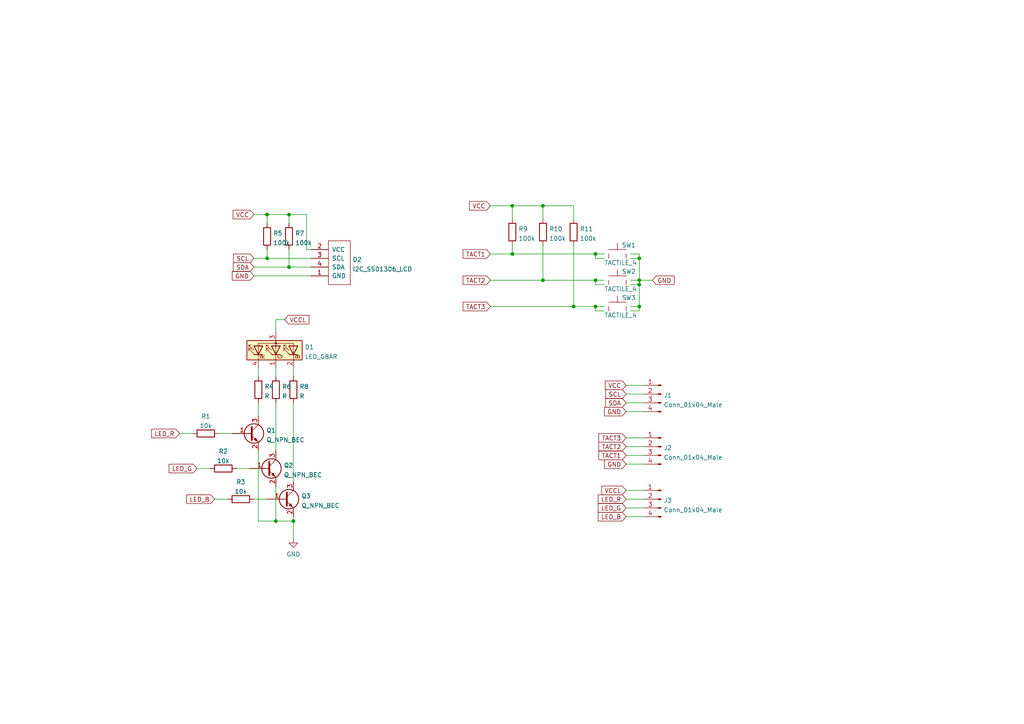
<source format=kicad_sch>
(kicad_sch (version 20211123) (generator eeschema)
  (paper "A4")
  (lib_symbols
    (symbol "Connector:Conn_01x04_Male" (pin_names (offset 1.016) hide)
      (property "Reference" "J" (at 0 5.08 0))
      (property "Value" "Conn_01x04_Male" (at 0 -7.62 0))
      (symbol "Conn_01x04_Male_1_1"
        (polyline (pts (xy 1.27 -5.08) (xy 0.8636 -5.08)) (stroke (width 0.1524)))
        (polyline (pts (xy 1.27 -2.54) (xy 0.8636 -2.54)) (stroke (width 0.1524)))
        (polyline (pts (xy 1.27 0) (xy 0.8636 0)) (stroke (width 0.1524)))
        (polyline (pts (xy 1.27 2.54) (xy 0.8636 2.54)) (stroke (width 0.1524)))
        (rectangle (start 0.8636 -4.953) (end 0 -5.207) (stroke (width 0.1524)) (fill (type outline)))
        (rectangle (start 0.8636 -2.413) (end 0 -2.667) (stroke (width 0.1524)) (fill (type outline)))
        (rectangle (start 0.8636 0.127) (end 0 -0.127) (stroke (width 0.1524)) (fill (type outline)))
        (rectangle (start 0.8636 2.667) (end 0 2.413) (stroke (width 0.1524)) (fill (type outline)))
        (pin passive line (at 5.08 2.54 180) (length 3.81) (name "Pin_1") (number "1"))
        (pin passive line (at 5.08 0 180) (length 3.81) (name "Pin_2") (number "2"))
        (pin passive line (at 5.08 -2.54 180) (length 3.81) (name "Pin_3") (number "3"))
        (pin passive line (at 5.08 -5.08 180) (length 3.81) (name "Pin_4") (number "4"))
      )
    )
    (symbol "Device:LED_GBAR" (pin_names (offset 0) hide)
      (property "Reference" "D" (at 0 9.398 0))
      (property "Value" "LED_GBAR" (at 0 -8.89 0))
      (symbol "LED_GBAR_0_0"
        (text "B" (at -1.905 -6.35 0) (effects (font (size 1.27 1.27))))
        (text "G" (at -1.905 -1.27 0) (effects (font (size 1.27 1.27))))
        (text "R" (at -1.905 3.81 0) (effects (font (size 1.27 1.27))))
      )
      (symbol "LED_GBAR_0_1"
        (polyline (pts (xy -1.27 -5.08) (xy -2.54 -5.08)))
        (polyline (pts (xy -1.27 -5.08) (xy 1.27 -5.08)))
        (polyline (pts (xy -1.27 -3.81) (xy -1.27 -6.35)) (stroke (width 0.254)))
        (polyline (pts (xy -1.27 0) (xy -2.54 0)))
        (polyline (pts (xy -1.27 1.27) (xy -1.27 -1.27)) (stroke (width 0.254)))
        (polyline (pts (xy -1.27 5.08) (xy -2.54 5.08)))
        (polyline (pts (xy -1.27 5.08) (xy 1.27 5.08)))
        (polyline (pts (xy -1.27 6.35) (xy -1.27 3.81)) (stroke (width 0.254)))
        (polyline (pts (xy 1.27 0) (xy -1.27 0)))
        (polyline (pts (xy 1.27 0) (xy 2.54 0)))
        (polyline (pts (xy -1.27 1.27) (xy -1.27 -1.27) (xy -1.27 -1.27)))
        (polyline (pts (xy -1.27 6.35) (xy -1.27 3.81) (xy -1.27 3.81)))
        (polyline (pts (xy 1.27 -5.08) (xy 2.032 -5.08) (xy 2.032 5.08) (xy 1.27 5.08)))
        (polyline (pts (xy 1.27 -3.81) (xy 1.27 -6.35) (xy -1.27 -5.08) (xy 1.27 -3.81)) (stroke (width 0.254)))
        (polyline (pts (xy 1.27 1.27) (xy 1.27 -1.27) (xy -1.27 0) (xy 1.27 1.27)) (stroke (width 0.254)))
        (polyline (pts (xy 1.27 6.35) (xy 1.27 3.81) (xy -1.27 5.08) (xy 1.27 6.35)) (stroke (width 0.254)))
        (polyline (pts (xy -1.016 -3.81) (xy 0.508 -2.286) (xy -0.254 -2.286) (xy 0.508 -2.286) (xy 0.508 -3.048)))
        (polyline (pts (xy -1.016 1.27) (xy 0.508 2.794) (xy -0.254 2.794) (xy 0.508 2.794) (xy 0.508 2.032)))
        (polyline (pts (xy -1.016 6.35) (xy 0.508 7.874) (xy -0.254 7.874) (xy 0.508 7.874) (xy 0.508 7.112)))
        (polyline (pts (xy 0 -3.81) (xy 1.524 -2.286) (xy 0.762 -2.286) (xy 1.524 -2.286) (xy 1.524 -3.048)))
        (polyline (pts (xy 0 1.27) (xy 1.524 2.794) (xy 0.762 2.794) (xy 1.524 2.794) (xy 1.524 2.032)))
        (polyline (pts (xy 0 6.35) (xy 1.524 7.874) (xy 0.762 7.874) (xy 1.524 7.874) (xy 1.524 7.112)))
        (rectangle (start 1.27 -1.27) (end 1.27 1.27))
        (rectangle (start 1.27 1.27) (end 1.27 1.27))
        (rectangle (start 1.27 3.81) (end 1.27 6.35))
        (rectangle (start 1.27 6.35) (end 1.27 6.35))
        (circle (center 2.032 0) (radius 0.254) (fill (type outline)))
        (rectangle (start 2.794 8.382) (end -2.794 -7.62) (stroke (width 0.254)) (fill (type background)))
      )
      (symbol "LED_GBAR_1_1"
        (pin passive line (at -5.08 0 0) (length 2.54) (name "GK") (number "1"))
        (pin passive line (at -5.08 -5.08 0) (length 2.54) (name "BK") (number "2"))
        (pin passive line (at 5.08 0 180) (length 2.54) (name "A") (number "3"))
        (pin passive line (at -5.08 5.08 0) (length 2.54) (name "RK") (number "4"))
      )
    )
    (symbol "Device:Q_NPN_BEC" (pin_names (offset 0) hide)
      (property "Reference" "Q" (at 5.08 1.27 0))
      (property "Value" "Q_NPN_BEC" (at 5.08 -1.27 0))
      (symbol "Q_NPN_BEC_0_1"
        (polyline (pts (xy 0.635 0.635) (xy 2.54 2.54)))
        (polyline (pts (xy 0.635 -0.635) (xy 2.54 -2.54) (xy 2.54 -2.54)))
        (polyline (pts (xy 0.635 1.905) (xy 0.635 -1.905) (xy 0.635 -1.905)) (stroke (width 0.508)))
        (polyline (pts (xy 1.27 -1.778) (xy 1.778 -1.27) (xy 2.286 -2.286) (xy 1.27 -1.778) (xy 1.27 -1.778)) (fill (type outline)))
        (circle (center 1.27 0) (radius 2.8194) (stroke (width 0.254)))
      )
      (symbol "Q_NPN_BEC_1_1"
        (pin input line (at -5.08 0 0) (length 5.715) (name "B") (number "1"))
        (pin passive line (at 2.54 -5.08 90) (length 2.54) (name "E") (number "2"))
        (pin passive line (at 2.54 5.08 270) (length 2.54) (name "C") (number "3"))
      )
    )
    (symbol "Device:R" (pin_numbers hide) (pin_names (offset 0))
      (property "Reference" "R" (at 2.032 0 90))
      (property "Value" "R" (at 0 0 90))
      (symbol "R_0_1"
        (rectangle (start -1.016 -2.54) (end 1.016 2.54) (stroke (width 0.254)))
      )
      (symbol "R_1_1"
        (pin passive line (at 0 3.81 270) (length 1.27) (name "~") (number "1"))
        (pin passive line (at 0 -3.81 90) (length 1.27) (name "~") (number "2"))
      )
    )
    (symbol "Ninja-qPCR:I2C_SSD1306_LCD" (pin_names (offset 1.016))
      (property "Reference" "D" (at 2.54 3.81 0))
      (property "Value" "I2C_SSD1306_LCD" (at 3.81 -12.7 0))
      (symbol "I2C_SSD1306_LCD_0_1"
        (rectangle (start 0 2.54) (end 6.35 -10.16))
      )
      (symbol "I2C_SSD1306_LCD_1_1"
        (pin input line (at -5.08 -7.62 0) (length 5.08) (name "GND") (number "1"))
        (pin input line (at -5.08 0 0) (length 5.08) (name "VCC") (number "2"))
        (pin input line (at -5.08 -2.54 0) (length 5.08) (name "SCL") (number "3"))
        (pin input line (at -5.08 -5.08 0) (length 5.08) (name "SDA") (number "4"))
      )
    )
    (symbol "Ninja-qPCR:TACTILE_4" (pin_numbers hide) (pin_names (offset 1.016) hide)
      (property "Reference" "SW" (at 1.27 2.54 0))
      (property "Value" "TACTILE_4" (at 0 -3.81 0))
      (symbol "TACTILE_4_0_1"
        (polyline (pts (xy -2.54 0) (xy -2.54 -1.27)))
        (polyline (pts (xy 0 1.27) (xy 0 3.048)))
        (polyline (pts (xy 2.54 0) (xy 2.54 -1.27)))
        (polyline (pts (xy 2.54 1.27) (xy -2.54 1.27)))
      )
      (symbol "TACTILE_4_1_1"
        (pin passive line (at -3.81 0 0) (length 2.54) hide (name "1") (number "1"))
        (pin passive line (at -3.81 -1.27 0) (length 2.54) hide (name "2") (number "2"))
        (pin passive line (at 3.81 0 180) (length 2.54) hide (name "3") (number "3"))
        (pin passive line (at 3.81 -1.27 180) (length 2.54) hide (name "4") (number "4"))
      )
    )
    (symbol "power:GND" (power) (pin_names (offset 0))
      (property "Value" "GND" (at 0 -3.81 0))
      (symbol "GND_0_1"
        (polyline (pts (xy 0 0) (xy 0 -1.27) (xy 1.27 -1.27) (xy 0 -2.54) (xy -1.27 -1.27) (xy 0 -1.27)))
      )
      (symbol "GND_1_1"
        (pin power_in line (at 0 0 270) (length 0) hide (name "GND") (number "1"))
      )
    )
  )
  (junction (at 185.42 82.55))
  (junction (at 85.09 151.13))
  (junction (at 157.48 59.69))
  (junction (at 83.82 77.47))
  (junction (at 77.47 74.93))
  (junction (at 77.47 62.23))
  (junction (at 80.01 151.13))
  (junction (at 148.59 59.69))
  (junction (at 172.72 73.66))
  (junction (at 83.82 62.23))
  (junction (at 172.72 88.9))
  (junction (at 185.42 88.9))
  (junction (at 166.37 88.9))
  (junction (at 172.72 81.28))
  (junction (at 185.42 81.28))
  (junction (at 185.42 74.93))
  (junction (at 157.48 81.28))
  (junction (at 148.59 73.66))
  (wire (pts (xy 74.93 151.13) (xy 80.01 151.13)))
  (wire (pts (xy 142.24 59.69) (xy 148.59 59.69)))
  (wire (pts (xy 80.01 92.71) (xy 80.01 96.52)))
  (wire (pts (xy 74.93 106.68) (xy 74.93 109.22)))
  (wire (pts (xy 85.09 106.68) (xy 85.09 109.22)))
  (wire (pts (xy 185.42 81.28) (xy 185.42 82.55)))
  (wire (pts (xy 52.07 125.73) (xy 55.88 125.73)))
  (wire (pts (xy 63.5 125.73) (xy 67.31 125.73)))
  (wire (pts (xy 142.24 88.9) (xy 166.37 88.9)))
  (wire (pts (xy 57.15 135.89) (xy 60.96 135.89)))
  (wire (pts (xy 83.82 77.47) (xy 90.17 77.47)))
  (wire (pts (xy 166.37 88.9) (xy 172.72 88.9)))
  (wire (pts (xy 73.66 74.93) (xy 77.47 74.93)))
  (wire (pts (xy 157.48 59.69) (xy 166.37 59.69)))
  (wire (pts (xy 181.61 142.24) (xy 186.69 142.24)))
  (wire (pts (xy 85.09 116.84) (xy 85.09 139.7)))
  (wire (pts (xy 148.59 71.12) (xy 148.59 73.66)))
  (wire (pts (xy 185.42 88.9) (xy 185.42 90.17)))
  (wire (pts (xy 157.48 71.12) (xy 157.48 81.28)))
  (wire (pts (xy 175.26 82.55) (xy 172.72 82.55)))
  (wire (pts (xy 181.61 147.32) (xy 186.69 147.32)))
  (wire (pts (xy 181.61 116.84) (xy 186.69 116.84)))
  (wire (pts (xy 85.09 151.13) (xy 85.09 156.21)))
  (wire (pts (xy 181.61 129.54) (xy 186.69 129.54)))
  (wire (pts (xy 77.47 62.23) (xy 83.82 62.23)))
  (wire (pts (xy 181.61 134.62) (xy 186.69 134.62)))
  (wire (pts (xy 62.23 144.78) (xy 66.04 144.78)))
  (wire (pts (xy 185.42 82.55) (xy 185.42 88.9)))
  (wire (pts (xy 142.24 73.66) (xy 148.59 73.66)))
  (wire (pts (xy 82.55 92.71) (xy 80.01 92.71)))
  (wire (pts (xy 74.93 130.81) (xy 74.93 151.13)))
  (wire (pts (xy 175.26 74.93) (xy 172.72 74.93)))
  (wire (pts (xy 172.72 81.28) (xy 172.72 82.55)))
  (wire (pts (xy 182.88 88.9) (xy 185.42 88.9)))
  (wire (pts (xy 148.59 59.69) (xy 157.48 59.69)))
  (wire (pts (xy 80.01 151.13) (xy 85.09 151.13)))
  (wire (pts (xy 181.61 144.78) (xy 186.69 144.78)))
  (wire (pts (xy 80.01 106.68) (xy 80.01 109.22)))
  (wire (pts (xy 172.72 73.66) (xy 172.72 74.93)))
  (wire (pts (xy 157.48 59.69) (xy 157.48 63.5)))
  (wire (pts (xy 166.37 63.5) (xy 166.37 59.69)))
  (wire (pts (xy 88.9 62.23) (xy 88.9 72.39)))
  (wire (pts (xy 73.66 62.23) (xy 77.47 62.23)))
  (wire (pts (xy 172.72 88.9) (xy 172.72 90.17)))
  (wire (pts (xy 148.59 59.69) (xy 148.59 63.5)))
  (wire (pts (xy 175.26 90.17) (xy 172.72 90.17)))
  (wire (pts (xy 148.59 73.66) (xy 172.72 73.66)))
  (wire (pts (xy 68.58 135.89) (xy 72.39 135.89)))
  (wire (pts (xy 80.01 140.97) (xy 80.01 151.13)))
  (wire (pts (xy 181.61 149.86) (xy 186.69 149.86)))
  (wire (pts (xy 182.88 82.55) (xy 185.42 82.55)))
  (wire (pts (xy 80.01 116.84) (xy 80.01 130.81)))
  (wire (pts (xy 182.88 90.17) (xy 185.42 90.17)))
  (wire (pts (xy 85.09 149.86) (xy 85.09 151.13)))
  (wire (pts (xy 166.37 71.12) (xy 166.37 88.9)))
  (wire (pts (xy 181.61 132.08) (xy 186.69 132.08)))
  (wire (pts (xy 172.72 73.66) (xy 175.26 73.66)))
  (wire (pts (xy 181.61 119.38) (xy 186.69 119.38)))
  (wire (pts (xy 181.61 114.3) (xy 186.69 114.3)))
  (wire (pts (xy 181.61 111.76) (xy 186.69 111.76)))
  (wire (pts (xy 73.66 144.78) (xy 77.47 144.78)))
  (wire (pts (xy 83.82 62.23) (xy 83.82 64.77)))
  (wire (pts (xy 73.66 77.47) (xy 83.82 77.47)))
  (wire (pts (xy 157.48 81.28) (xy 172.72 81.28)))
  (wire (pts (xy 83.82 72.39) (xy 83.82 77.47)))
  (wire (pts (xy 83.82 62.23) (xy 88.9 62.23)))
  (wire (pts (xy 142.24 81.28) (xy 157.48 81.28)))
  (wire (pts (xy 182.88 73.66) (xy 185.42 73.66)))
  (wire (pts (xy 77.47 72.39) (xy 77.47 74.93)))
  (wire (pts (xy 182.88 81.28) (xy 185.42 81.28)))
  (wire (pts (xy 74.93 116.84) (xy 74.93 120.65)))
  (wire (pts (xy 185.42 81.28) (xy 189.23 81.28)))
  (wire (pts (xy 185.42 73.66) (xy 185.42 74.93)))
  (wire (pts (xy 88.9 72.39) (xy 90.17 72.39)))
  (wire (pts (xy 182.88 74.93) (xy 185.42 74.93)))
  (wire (pts (xy 172.72 81.28) (xy 175.26 81.28)))
  (wire (pts (xy 185.42 74.93) (xy 185.42 81.28)))
  (wire (pts (xy 73.66 80.01) (xy 90.17 80.01)))
  (wire (pts (xy 77.47 62.23) (xy 77.47 64.77)))
  (wire (pts (xy 77.47 74.93) (xy 90.17 74.93)))
  (wire (pts (xy 181.61 127) (xy 186.69 127)))
  (wire (pts (xy 172.72 88.9) (xy 175.26 88.9)))
  (global_label "VCCL" (shape input) (at 82.55 92.71 0) (property "Intersheet References" "${INTERSHEET_REFS}" (effects hide)))
  (global_label "TACT3" (shape input) (at 181.61 127 180) (property "Intersheet References" "${INTERSHEET_REFS}" (effects hide)))
  (global_label "TACT1" (shape input) (at 181.61 132.08 180) (property "Intersheet References" "${INTERSHEET_REFS}" (effects hide)))
  (global_label "LED_G" (shape input) (at 181.61 147.32 180) (property "Intersheet References" "${INTERSHEET_REFS}" (effects hide)))
  (global_label "TACT1" (shape input) (at 142.24 73.66 180) (property "Intersheet References" "${INTERSHEET_REFS}" (effects hide)))
  (global_label "GND" (shape input) (at 181.61 134.62 180) (property "Intersheet References" "${INTERSHEET_REFS}" (effects hide)))
  (global_label "LED_B" (shape input) (at 62.23 144.78 180) (property "Intersheet References" "${INTERSHEET_REFS}" (effects hide)))
  (global_label "GND" (shape input) (at 189.23 81.28 0) (property "Intersheet References" "${INTERSHEET_REFS}" (effects hide)))
  (global_label "TACT2" (shape input) (at 142.24 81.28 180) (property "Intersheet References" "${INTERSHEET_REFS}" (effects hide)))
  (global_label "SDA" (shape input) (at 73.66 77.47 180) (property "Intersheet References" "${INTERSHEET_REFS}" (effects hide)))
  (global_label "VCC" (shape input) (at 142.24 59.69 180) (property "Intersheet References" "${INTERSHEET_REFS}" (effects hide)))
  (global_label "SCL" (shape input) (at 181.61 114.3 180) (property "Intersheet References" "${INTERSHEET_REFS}" (effects hide)))
  (global_label "LED_R" (shape input) (at 181.61 144.78 180) (property "Intersheet References" "${INTERSHEET_REFS}" (effects hide)))
  (global_label "VCCL" (shape input) (at 181.61 142.24 180) (property "Intersheet References" "${INTERSHEET_REFS}" (effects hide)))
  (global_label "TACT3" (shape input) (at 142.24 88.9 180) (property "Intersheet References" "${INTERSHEET_REFS}" (effects hide)))
  (global_label "LED_R" (shape input) (at 52.07 125.73 180) (property "Intersheet References" "${INTERSHEET_REFS}" (effects hide)))
  (global_label "GND" (shape input) (at 181.61 119.38 180) (property "Intersheet References" "${INTERSHEET_REFS}" (effects hide)))
  (global_label "GND" (shape input) (at 73.66 80.01 180) (property "Intersheet References" "${INTERSHEET_REFS}" (effects hide)))
  (global_label "LED_G" (shape input) (at 57.15 135.89 180) (property "Intersheet References" "${INTERSHEET_REFS}" (effects hide)))
  (global_label "SCL" (shape input) (at 73.66 74.93 180) (property "Intersheet References" "${INTERSHEET_REFS}" (effects hide)))
  (global_label "SDA" (shape input) (at 181.61 116.84 180) (property "Intersheet References" "${INTERSHEET_REFS}" (effects hide)))
  (global_label "VCC" (shape input) (at 73.66 62.23 180) (property "Intersheet References" "${INTERSHEET_REFS}" (effects hide)))
  (global_label "VCC" (shape input) (at 181.61 111.76 180) (property "Intersheet References" "${INTERSHEET_REFS}" (effects hide)))
  (global_label "LED_B" (shape input) (at 181.61 149.86 180) (property "Intersheet References" "${INTERSHEET_REFS}" (effects hide)))
  (global_label "TACT2" (shape input) (at 181.61 129.54 180) (property "Intersheet References" "${INTERSHEET_REFS}" (effects hide)))
  (symbol (lib_id "Device:R") (at 69.85 144.78 90) (unit 1)
    (property "Reference" "R3" (at 69.85 139.7975 90))
    (property "Value" "10k" (at 69.85 142.5726 90))
    (property "Footprint" "Resistor_SMD:R_0603_1608Metric" (effects hide))
  )
  (symbol (lib_id "Device:R") (at 59.69 125.73 90) (unit 1)
    (property "Reference" "R1" (at 59.69 120.7475 90))
    (property "Value" "10k" (at 59.69 123.5226 90))
    (property "Footprint" "Resistor_SMD:R_0603_1608Metric" (effects hide))
  )
  (symbol (lib_id "Connector:Conn_01x04_Male") (at 191.77 129.54 0) (mirror y) (unit 1)
    (property "Reference" "J2" (at 192.4812 129.9015 0) (effects (justify right)))
    (property "Value" "Conn_01x04_Male" (at 192.4812 132.6766 0) (effects (justify right)))
    (property "Footprint" "Connector_PinHeader_2.54mm:PinHeader_1x04_P2.54mm_Vertical" (effects hide))
  )
  (symbol (lib_id "power:GND") (at 85.09 156.21 0) (unit 1)
    (property "Reference" "#PWR01" (effects hide))
    (property "Value" "GND" (at 85.09 160.7725 0))
  )
  (symbol (lib_id "Device:R") (at 77.47 68.58 0) (unit 1)
    (property "Reference" "R5" (at 79.248 67.6715 0) (effects (justify left)))
    (property "Value" "100k" (at 79.248 70.4466 0) (effects (justify left)))
    (property "Footprint" "Resistor_SMD:R_0603_1608Metric" (effects hide))
  )
  (symbol (lib_id "Device:R") (at 74.93 113.03 0) (unit 1)
    (property "Reference" "R4" (at 76.708 112.1215 0) (effects (justify left)))
    (property "Value" "R" (at 76.708 114.8966 0) (effects (justify left)))
    (property "Footprint" "Resistor_SMD:R_0603_1608Metric" (effects hide))
  )
  (symbol (lib_id "Device:Q_NPN_BEC") (at 77.47 135.89 0) (unit 1)
    (property "Reference" "Q2" (at 82.3214 134.9815 0) (effects (justify left)))
    (property "Value" "Q_NPN_BEC" (at 82.3214 137.7566 0) (effects (justify left)))
    (property "Footprint" "Package_TO_SOT_SMD:SOT-23" (effects hide))
  )
  (symbol (lib_id "Device:R") (at 148.59 67.31 0) (unit 1)
    (property "Reference" "R9" (at 150.368 66.4015 0) (effects (justify left)))
    (property "Value" "100k" (at 150.368 69.1766 0) (effects (justify left)))
    (property "Footprint" "Resistor_SMD:R_0603_1608Metric" (effects hide))
  )
  (symbol (lib_id "Device:R") (at 157.48 67.31 0) (unit 1)
    (property "Reference" "R10" (at 159.258 66.4015 0) (effects (justify left)))
    (property "Value" "100k" (at 159.258 69.1766 0) (effects (justify left)))
    (property "Footprint" "Resistor_SMD:R_0603_1608Metric" (effects hide))
  )
  (symbol (lib_id "Device:R") (at 85.09 113.03 0) (unit 1)
    (property "Reference" "R8" (at 86.868 112.1215 0) (effects (justify left)))
    (property "Value" "R" (at 86.868 114.8966 0) (effects (justify left)))
    (property "Footprint" "Resistor_SMD:R_0603_1608Metric" (effects hide))
  )
  (symbol (lib_id "Device:Q_NPN_BEC") (at 82.55 144.78 0) (unit 1)
    (property "Reference" "Q3" (at 87.4014 143.8715 0) (effects (justify left)))
    (property "Value" "Q_NPN_BEC" (at 87.4014 146.6466 0) (effects (justify left)))
    (property "Footprint" "Package_TO_SOT_SMD:SOT-23" (effects hide))
  )
  (symbol (lib_id "Device:R") (at 166.37 67.31 0) (unit 1)
    (property "Reference" "R11" (at 168.148 66.4015 0) (effects (justify left)))
    (property "Value" "100k" (at 168.148 69.1766 0) (effects (justify left)))
    (property "Footprint" "Resistor_SMD:R_0603_1608Metric" (effects hide))
  )
  (symbol (lib_id "Device:Q_NPN_BEC") (at 72.39 125.73 0) (unit 1)
    (property "Reference" "Q1" (at 77.2414 124.8215 0) (effects (justify left)))
    (property "Value" "Q_NPN_BEC" (at 77.2414 127.5966 0) (effects (justify left)))
    (property "Footprint" "Package_TO_SOT_SMD:SOT-23" (effects hide))
  )
  (symbol (lib_id "Device:R") (at 64.77 135.89 90) (unit 1)
    (property "Reference" "R2" (at 64.77 130.9075 90))
    (property "Value" "10k" (at 64.77 133.6826 90))
    (property "Footprint" "Resistor_SMD:R_0603_1608Metric" (effects hide))
  )
  (symbol (lib_id "Ninja-qPCR:TACTILE_4") (at 179.07 88.9 0) (unit 1)
    (property "Reference" "SW3" (at 180.34 86.36 0) (effects (justify left)))
    (property "Value" "TACTILE_4" (at 175.26 91.44 0) (effects (justify left)))
    (property "Footprint" "Ninja-qPCR:SW_TH_Tactile_Omron_B3F-10xx" (effects hide))
    (property "Datasheet" "http://www.apem.com/int/index.php?controller=attachment&id_attachment=488" (effects hide))
  )
  (symbol (lib_id "Device:R") (at 80.01 113.03 0) (unit 1)
    (property "Reference" "R6" (at 81.788 112.1215 0) (effects (justify left)))
    (property "Value" "R" (at 81.788 114.8966 0) (effects (justify left)))
    (property "Footprint" "Resistor_SMD:R_0603_1608Metric" (effects hide))
  )
  (symbol (lib_id "Device:LED_GBAR") (at 80.01 101.6 90) (unit 1)
    (property "Reference" "D1" (at 88.392 100.6915 90) (effects (justify right)))
    (property "Value" "LED_GBAR" (at 88.392 103.4666 90) (effects (justify right)))
    (property "Footprint" "LED_THT:LED_D5.0mm-4_RGB" (effects hide))
  )
  (symbol (lib_id "Ninja-qPCR:TACTILE_4") (at 179.07 73.66 0) (unit 1)
    (property "Reference" "SW1" (at 180.34 71.12 0) (effects (justify left)))
    (property "Value" "TACTILE_4" (at 175.26 76.2 0) (effects (justify left)))
    (property "Footprint" "Ninja-qPCR:SW_TH_Tactile_Omron_B3F-10xx" (effects hide))
    (property "Datasheet" "http://www.apem.com/int/index.php?controller=attachment&id_attachment=488" (effects hide))
  )
  (symbol (lib_id "Device:R") (at 83.82 68.58 0) (unit 1)
    (property "Reference" "R7" (at 85.598 67.6715 0) (effects (justify left)))
    (property "Value" "100k" (at 85.598 70.4466 0) (effects (justify left)))
    (property "Footprint" "Resistor_SMD:R_0603_1608Metric" (effects hide))
  )
  (symbol (lib_id "Ninja-qPCR:I2C_SSD1306_LCD") (at 95.25 72.39 0) (unit 1)
    (property "Reference" "D2" (at 102.235 75.2915 0) (effects (justify left)))
    (property "Value" "I2C_SSD1306_LCD" (at 102.235 78.0666 0) (effects (justify left)))
    (property "Footprint" "Ninja-qPCR:I2C_SSD1306_LCD" (effects hide))
  )
  (symbol (lib_id "Connector:Conn_01x04_Male") (at 191.77 114.3 0) (mirror y) (unit 1)
    (property "Reference" "J1" (at 192.4812 114.6615 0) (effects (justify right)))
    (property "Value" "Conn_01x04_Male" (at 192.4812 117.4366 0) (effects (justify right)))
    (property "Footprint" "Connector_PinHeader_2.54mm:PinHeader_1x04_P2.54mm_Vertical" (effects hide))
  )
  (symbol (lib_id "Connector:Conn_01x04_Male") (at 191.77 144.78 0) (mirror y) (unit 1)
    (property "Reference" "J3" (at 192.4812 145.1415 0) (effects (justify right)))
    (property "Value" "Conn_01x04_Male" (at 192.4812 147.9166 0) (effects (justify right)))
    (property "Footprint" "Connector_PinHeader_2.54mm:PinHeader_1x04_P2.54mm_Vertical" (effects hide))
  )
  (symbol (lib_id "Ninja-qPCR:TACTILE_4") (at 179.07 81.28 0) (unit 1)
    (property "Reference" "SW2" (at 180.34 78.74 0) (effects (justify left)))
    (property "Value" "TACTILE_4" (at 175.26 83.82 0) (effects (justify left)))
    (property "Footprint" "Ninja-qPCR:SW_TH_Tactile_Omron_B3F-10xx" (effects hide))
    (property "Datasheet" "http://www.apem.com/int/index.php?controller=attachment&id_attachment=488" (effects hide))
  )
)
</source>
